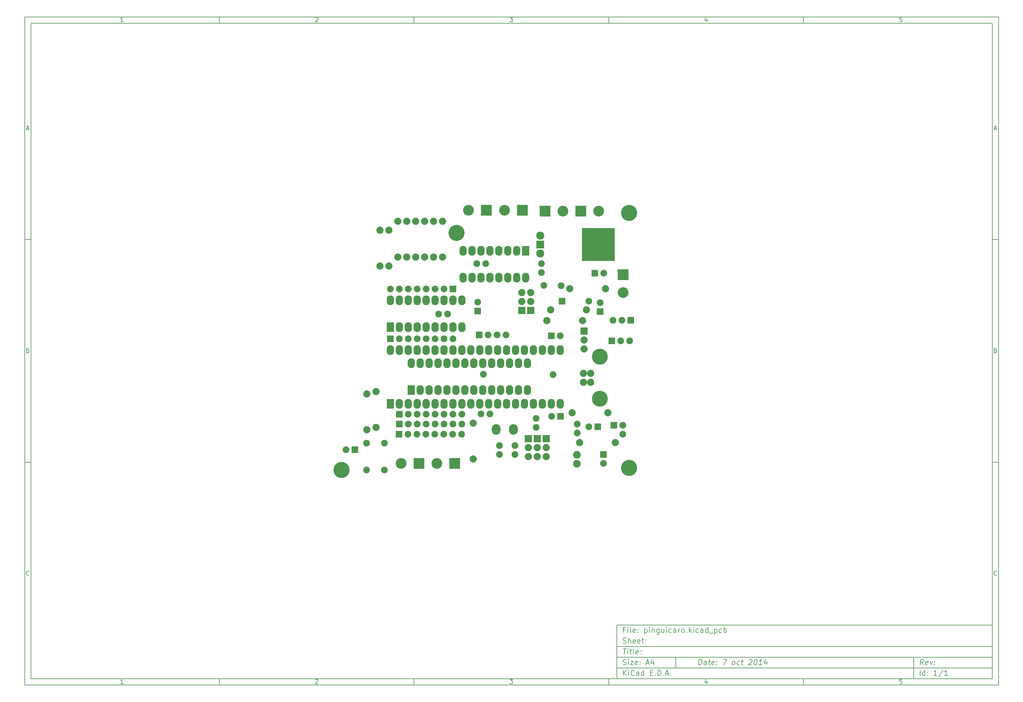
<source format=gbs>
G04 (created by PCBNEW (2013-june-11)-stable) date mar 07 oct 2014 09:39:09 ART*
%MOIN*%
G04 Gerber Fmt 3.4, Leading zero omitted, Abs format*
%FSLAX34Y34*%
G01*
G70*
G90*
G04 APERTURE LIST*
%ADD10C,0.00590551*%
%ADD11C,0.08*%
%ADD12C,0.1775*%
%ADD13C,0.075*%
%ADD14R,0.075X0.075*%
%ADD15R,0.08X0.08*%
%ADD16R,0.37X0.37*%
%ADD17C,0.09*%
%ADD18R,0.09X0.09*%
%ADD19R,0.082X0.11*%
%ADD20O,0.082X0.11*%
%ADD21O,0.0987X0.1184*%
%ADD22R,0.12X0.12*%
%ADD23C,0.12*%
%ADD24C,0.086*%
%ADD25C,0.18*%
%ADD26C,0.0751*%
G04 APERTURE END LIST*
G54D10*
X4000Y-4000D02*
X112930Y-4000D01*
X112930Y-78680D01*
X4000Y-78680D01*
X4000Y-4000D01*
X4700Y-4700D02*
X112230Y-4700D01*
X112230Y-77980D01*
X4700Y-77980D01*
X4700Y-4700D01*
X25780Y-4000D02*
X25780Y-4700D01*
X15032Y-4552D02*
X14747Y-4552D01*
X14890Y-4552D02*
X14890Y-4052D01*
X14842Y-4123D01*
X14794Y-4171D01*
X14747Y-4195D01*
X25780Y-78680D02*
X25780Y-77980D01*
X15032Y-78532D02*
X14747Y-78532D01*
X14890Y-78532D02*
X14890Y-78032D01*
X14842Y-78103D01*
X14794Y-78151D01*
X14747Y-78175D01*
X47560Y-4000D02*
X47560Y-4700D01*
X36527Y-4100D02*
X36550Y-4076D01*
X36598Y-4052D01*
X36717Y-4052D01*
X36765Y-4076D01*
X36789Y-4100D01*
X36812Y-4147D01*
X36812Y-4195D01*
X36789Y-4266D01*
X36503Y-4552D01*
X36812Y-4552D01*
X47560Y-78680D02*
X47560Y-77980D01*
X36527Y-78080D02*
X36550Y-78056D01*
X36598Y-78032D01*
X36717Y-78032D01*
X36765Y-78056D01*
X36789Y-78080D01*
X36812Y-78127D01*
X36812Y-78175D01*
X36789Y-78246D01*
X36503Y-78532D01*
X36812Y-78532D01*
X69340Y-4000D02*
X69340Y-4700D01*
X58283Y-4052D02*
X58592Y-4052D01*
X58426Y-4242D01*
X58497Y-4242D01*
X58545Y-4266D01*
X58569Y-4290D01*
X58592Y-4338D01*
X58592Y-4457D01*
X58569Y-4504D01*
X58545Y-4528D01*
X58497Y-4552D01*
X58354Y-4552D01*
X58307Y-4528D01*
X58283Y-4504D01*
X69340Y-78680D02*
X69340Y-77980D01*
X58283Y-78032D02*
X58592Y-78032D01*
X58426Y-78222D01*
X58497Y-78222D01*
X58545Y-78246D01*
X58569Y-78270D01*
X58592Y-78318D01*
X58592Y-78437D01*
X58569Y-78484D01*
X58545Y-78508D01*
X58497Y-78532D01*
X58354Y-78532D01*
X58307Y-78508D01*
X58283Y-78484D01*
X91120Y-4000D02*
X91120Y-4700D01*
X80325Y-4219D02*
X80325Y-4552D01*
X80206Y-4028D02*
X80087Y-4385D01*
X80396Y-4385D01*
X91120Y-78680D02*
X91120Y-77980D01*
X80325Y-78199D02*
X80325Y-78532D01*
X80206Y-78008D02*
X80087Y-78365D01*
X80396Y-78365D01*
X102129Y-4052D02*
X101890Y-4052D01*
X101867Y-4290D01*
X101890Y-4266D01*
X101938Y-4242D01*
X102057Y-4242D01*
X102105Y-4266D01*
X102129Y-4290D01*
X102152Y-4338D01*
X102152Y-4457D01*
X102129Y-4504D01*
X102105Y-4528D01*
X102057Y-4552D01*
X101938Y-4552D01*
X101890Y-4528D01*
X101867Y-4504D01*
X102129Y-78032D02*
X101890Y-78032D01*
X101867Y-78270D01*
X101890Y-78246D01*
X101938Y-78222D01*
X102057Y-78222D01*
X102105Y-78246D01*
X102129Y-78270D01*
X102152Y-78318D01*
X102152Y-78437D01*
X102129Y-78484D01*
X102105Y-78508D01*
X102057Y-78532D01*
X101938Y-78532D01*
X101890Y-78508D01*
X101867Y-78484D01*
X4000Y-28890D02*
X4700Y-28890D01*
X4230Y-16509D02*
X4469Y-16509D01*
X4183Y-16652D02*
X4350Y-16152D01*
X4516Y-16652D01*
X112930Y-28890D02*
X112230Y-28890D01*
X112460Y-16509D02*
X112699Y-16509D01*
X112413Y-16652D02*
X112580Y-16152D01*
X112746Y-16652D01*
X4000Y-53780D02*
X4700Y-53780D01*
X4385Y-41280D02*
X4457Y-41304D01*
X4480Y-41328D01*
X4504Y-41375D01*
X4504Y-41447D01*
X4480Y-41494D01*
X4457Y-41518D01*
X4409Y-41542D01*
X4219Y-41542D01*
X4219Y-41042D01*
X4385Y-41042D01*
X4433Y-41066D01*
X4457Y-41090D01*
X4480Y-41137D01*
X4480Y-41185D01*
X4457Y-41232D01*
X4433Y-41256D01*
X4385Y-41280D01*
X4219Y-41280D01*
X112930Y-53780D02*
X112230Y-53780D01*
X112615Y-41280D02*
X112687Y-41304D01*
X112710Y-41328D01*
X112734Y-41375D01*
X112734Y-41447D01*
X112710Y-41494D01*
X112687Y-41518D01*
X112639Y-41542D01*
X112449Y-41542D01*
X112449Y-41042D01*
X112615Y-41042D01*
X112663Y-41066D01*
X112687Y-41090D01*
X112710Y-41137D01*
X112710Y-41185D01*
X112687Y-41232D01*
X112663Y-41256D01*
X112615Y-41280D01*
X112449Y-41280D01*
X4504Y-66384D02*
X4480Y-66408D01*
X4409Y-66432D01*
X4361Y-66432D01*
X4290Y-66408D01*
X4242Y-66360D01*
X4219Y-66313D01*
X4195Y-66218D01*
X4195Y-66146D01*
X4219Y-66051D01*
X4242Y-66003D01*
X4290Y-65956D01*
X4361Y-65932D01*
X4409Y-65932D01*
X4480Y-65956D01*
X4504Y-65980D01*
X112734Y-66384D02*
X112710Y-66408D01*
X112639Y-66432D01*
X112591Y-66432D01*
X112520Y-66408D01*
X112472Y-66360D01*
X112449Y-66313D01*
X112425Y-66218D01*
X112425Y-66146D01*
X112449Y-66051D01*
X112472Y-66003D01*
X112520Y-65956D01*
X112591Y-65932D01*
X112639Y-65932D01*
X112710Y-65956D01*
X112734Y-65980D01*
X79380Y-76422D02*
X79455Y-75822D01*
X79597Y-75822D01*
X79680Y-75851D01*
X79730Y-75908D01*
X79751Y-75965D01*
X79765Y-76080D01*
X79755Y-76165D01*
X79712Y-76280D01*
X79676Y-76337D01*
X79612Y-76394D01*
X79522Y-76422D01*
X79380Y-76422D01*
X80237Y-76422D02*
X80276Y-76108D01*
X80255Y-76051D01*
X80201Y-76022D01*
X80087Y-76022D01*
X80026Y-76051D01*
X80240Y-76394D02*
X80180Y-76422D01*
X80037Y-76422D01*
X79983Y-76394D01*
X79962Y-76337D01*
X79969Y-76280D01*
X80005Y-76222D01*
X80065Y-76194D01*
X80208Y-76194D01*
X80269Y-76165D01*
X80487Y-76022D02*
X80715Y-76022D01*
X80597Y-75822D02*
X80533Y-76337D01*
X80555Y-76394D01*
X80608Y-76422D01*
X80665Y-76422D01*
X81097Y-76394D02*
X81037Y-76422D01*
X80922Y-76422D01*
X80869Y-76394D01*
X80847Y-76337D01*
X80876Y-76108D01*
X80912Y-76051D01*
X80972Y-76022D01*
X81087Y-76022D01*
X81140Y-76051D01*
X81162Y-76108D01*
X81155Y-76165D01*
X80862Y-76222D01*
X81387Y-76365D02*
X81412Y-76394D01*
X81380Y-76422D01*
X81355Y-76394D01*
X81387Y-76365D01*
X81380Y-76422D01*
X81426Y-76051D02*
X81451Y-76080D01*
X81419Y-76108D01*
X81394Y-76080D01*
X81426Y-76051D01*
X81419Y-76108D01*
X82140Y-75822D02*
X82540Y-75822D01*
X82208Y-76422D01*
X83237Y-76422D02*
X83183Y-76394D01*
X83158Y-76365D01*
X83137Y-76308D01*
X83158Y-76137D01*
X83194Y-76080D01*
X83226Y-76051D01*
X83287Y-76022D01*
X83372Y-76022D01*
X83426Y-76051D01*
X83451Y-76080D01*
X83472Y-76137D01*
X83451Y-76308D01*
X83415Y-76365D01*
X83383Y-76394D01*
X83322Y-76422D01*
X83237Y-76422D01*
X83955Y-76394D02*
X83894Y-76422D01*
X83780Y-76422D01*
X83726Y-76394D01*
X83701Y-76365D01*
X83680Y-76308D01*
X83701Y-76137D01*
X83737Y-76080D01*
X83769Y-76051D01*
X83830Y-76022D01*
X83944Y-76022D01*
X83997Y-76051D01*
X84172Y-76022D02*
X84401Y-76022D01*
X84283Y-75822D02*
X84219Y-76337D01*
X84240Y-76394D01*
X84294Y-76422D01*
X84351Y-76422D01*
X85047Y-75880D02*
X85080Y-75851D01*
X85140Y-75822D01*
X85283Y-75822D01*
X85337Y-75851D01*
X85362Y-75880D01*
X85383Y-75937D01*
X85376Y-75994D01*
X85337Y-76080D01*
X84951Y-76422D01*
X85322Y-76422D01*
X85769Y-75822D02*
X85826Y-75822D01*
X85880Y-75851D01*
X85905Y-75880D01*
X85926Y-75937D01*
X85940Y-76051D01*
X85922Y-76194D01*
X85880Y-76308D01*
X85844Y-76365D01*
X85812Y-76394D01*
X85751Y-76422D01*
X85694Y-76422D01*
X85640Y-76394D01*
X85615Y-76365D01*
X85594Y-76308D01*
X85580Y-76194D01*
X85597Y-76051D01*
X85640Y-75937D01*
X85676Y-75880D01*
X85708Y-75851D01*
X85769Y-75822D01*
X86465Y-76422D02*
X86122Y-76422D01*
X86294Y-76422D02*
X86369Y-75822D01*
X86301Y-75908D01*
X86237Y-75965D01*
X86176Y-75994D01*
X87030Y-76022D02*
X86980Y-76422D01*
X86915Y-75794D02*
X86719Y-76222D01*
X87090Y-76222D01*
X70972Y-77622D02*
X70972Y-77022D01*
X71315Y-77622D02*
X71058Y-77280D01*
X71315Y-77022D02*
X70972Y-77365D01*
X71572Y-77622D02*
X71572Y-77222D01*
X71572Y-77022D02*
X71544Y-77051D01*
X71572Y-77080D01*
X71601Y-77051D01*
X71572Y-77022D01*
X71572Y-77080D01*
X72201Y-77565D02*
X72172Y-77594D01*
X72087Y-77622D01*
X72030Y-77622D01*
X71944Y-77594D01*
X71887Y-77537D01*
X71858Y-77480D01*
X71830Y-77365D01*
X71830Y-77280D01*
X71858Y-77165D01*
X71887Y-77108D01*
X71944Y-77051D01*
X72030Y-77022D01*
X72087Y-77022D01*
X72172Y-77051D01*
X72201Y-77080D01*
X72715Y-77622D02*
X72715Y-77308D01*
X72687Y-77251D01*
X72630Y-77222D01*
X72515Y-77222D01*
X72458Y-77251D01*
X72715Y-77594D02*
X72658Y-77622D01*
X72515Y-77622D01*
X72458Y-77594D01*
X72430Y-77537D01*
X72430Y-77480D01*
X72458Y-77422D01*
X72515Y-77394D01*
X72658Y-77394D01*
X72715Y-77365D01*
X73258Y-77622D02*
X73258Y-77022D01*
X73258Y-77594D02*
X73201Y-77622D01*
X73087Y-77622D01*
X73030Y-77594D01*
X73001Y-77565D01*
X72972Y-77508D01*
X72972Y-77337D01*
X73001Y-77280D01*
X73030Y-77251D01*
X73087Y-77222D01*
X73201Y-77222D01*
X73258Y-77251D01*
X74001Y-77308D02*
X74201Y-77308D01*
X74287Y-77622D02*
X74001Y-77622D01*
X74001Y-77022D01*
X74287Y-77022D01*
X74544Y-77565D02*
X74572Y-77594D01*
X74544Y-77622D01*
X74515Y-77594D01*
X74544Y-77565D01*
X74544Y-77622D01*
X74829Y-77622D02*
X74829Y-77022D01*
X74972Y-77022D01*
X75058Y-77051D01*
X75115Y-77108D01*
X75144Y-77165D01*
X75172Y-77280D01*
X75172Y-77365D01*
X75144Y-77480D01*
X75115Y-77537D01*
X75058Y-77594D01*
X74972Y-77622D01*
X74829Y-77622D01*
X75429Y-77565D02*
X75458Y-77594D01*
X75429Y-77622D01*
X75401Y-77594D01*
X75429Y-77565D01*
X75429Y-77622D01*
X75687Y-77451D02*
X75972Y-77451D01*
X75629Y-77622D02*
X75829Y-77022D01*
X76029Y-77622D01*
X76229Y-77565D02*
X76258Y-77594D01*
X76229Y-77622D01*
X76201Y-77594D01*
X76229Y-77565D01*
X76229Y-77622D01*
X104522Y-76422D02*
X104358Y-76137D01*
X104180Y-76422D02*
X104255Y-75822D01*
X104483Y-75822D01*
X104537Y-75851D01*
X104562Y-75880D01*
X104583Y-75937D01*
X104572Y-76022D01*
X104537Y-76080D01*
X104505Y-76108D01*
X104444Y-76137D01*
X104215Y-76137D01*
X105012Y-76394D02*
X104951Y-76422D01*
X104837Y-76422D01*
X104783Y-76394D01*
X104762Y-76337D01*
X104790Y-76108D01*
X104826Y-76051D01*
X104887Y-76022D01*
X105001Y-76022D01*
X105055Y-76051D01*
X105076Y-76108D01*
X105069Y-76165D01*
X104776Y-76222D01*
X105287Y-76022D02*
X105380Y-76422D01*
X105572Y-76022D01*
X105758Y-76365D02*
X105783Y-76394D01*
X105751Y-76422D01*
X105726Y-76394D01*
X105758Y-76365D01*
X105751Y-76422D01*
X105797Y-76051D02*
X105822Y-76080D01*
X105790Y-76108D01*
X105765Y-76080D01*
X105797Y-76051D01*
X105790Y-76108D01*
X70944Y-76394D02*
X71030Y-76422D01*
X71172Y-76422D01*
X71230Y-76394D01*
X71258Y-76365D01*
X71287Y-76308D01*
X71287Y-76251D01*
X71258Y-76194D01*
X71230Y-76165D01*
X71172Y-76137D01*
X71058Y-76108D01*
X71001Y-76080D01*
X70972Y-76051D01*
X70944Y-75994D01*
X70944Y-75937D01*
X70972Y-75880D01*
X71001Y-75851D01*
X71058Y-75822D01*
X71201Y-75822D01*
X71287Y-75851D01*
X71544Y-76422D02*
X71544Y-76022D01*
X71544Y-75822D02*
X71515Y-75851D01*
X71544Y-75880D01*
X71572Y-75851D01*
X71544Y-75822D01*
X71544Y-75880D01*
X71772Y-76022D02*
X72087Y-76022D01*
X71772Y-76422D01*
X72087Y-76422D01*
X72544Y-76394D02*
X72487Y-76422D01*
X72372Y-76422D01*
X72315Y-76394D01*
X72287Y-76337D01*
X72287Y-76108D01*
X72315Y-76051D01*
X72372Y-76022D01*
X72487Y-76022D01*
X72544Y-76051D01*
X72572Y-76108D01*
X72572Y-76165D01*
X72287Y-76222D01*
X72830Y-76365D02*
X72858Y-76394D01*
X72830Y-76422D01*
X72801Y-76394D01*
X72830Y-76365D01*
X72830Y-76422D01*
X72830Y-76051D02*
X72858Y-76080D01*
X72830Y-76108D01*
X72801Y-76080D01*
X72830Y-76051D01*
X72830Y-76108D01*
X73544Y-76251D02*
X73830Y-76251D01*
X73487Y-76422D02*
X73687Y-75822D01*
X73887Y-76422D01*
X74344Y-76022D02*
X74344Y-76422D01*
X74201Y-75794D02*
X74058Y-76222D01*
X74430Y-76222D01*
X104172Y-77622D02*
X104172Y-77022D01*
X104715Y-77622D02*
X104715Y-77022D01*
X104715Y-77594D02*
X104658Y-77622D01*
X104544Y-77622D01*
X104487Y-77594D01*
X104458Y-77565D01*
X104430Y-77508D01*
X104430Y-77337D01*
X104458Y-77280D01*
X104487Y-77251D01*
X104544Y-77222D01*
X104658Y-77222D01*
X104715Y-77251D01*
X105001Y-77565D02*
X105030Y-77594D01*
X105001Y-77622D01*
X104972Y-77594D01*
X105001Y-77565D01*
X105001Y-77622D01*
X105001Y-77251D02*
X105030Y-77280D01*
X105001Y-77308D01*
X104972Y-77280D01*
X105001Y-77251D01*
X105001Y-77308D01*
X106058Y-77622D02*
X105715Y-77622D01*
X105887Y-77622D02*
X105887Y-77022D01*
X105829Y-77108D01*
X105772Y-77165D01*
X105715Y-77194D01*
X106744Y-76994D02*
X106230Y-77765D01*
X107258Y-77622D02*
X106915Y-77622D01*
X107087Y-77622D02*
X107087Y-77022D01*
X107029Y-77108D01*
X106972Y-77165D01*
X106915Y-77194D01*
X70969Y-74622D02*
X71312Y-74622D01*
X71065Y-75222D02*
X71140Y-74622D01*
X71437Y-75222D02*
X71487Y-74822D01*
X71512Y-74622D02*
X71480Y-74651D01*
X71505Y-74680D01*
X71537Y-74651D01*
X71512Y-74622D01*
X71505Y-74680D01*
X71687Y-74822D02*
X71915Y-74822D01*
X71797Y-74622D02*
X71733Y-75137D01*
X71755Y-75194D01*
X71808Y-75222D01*
X71865Y-75222D01*
X72151Y-75222D02*
X72097Y-75194D01*
X72076Y-75137D01*
X72140Y-74622D01*
X72612Y-75194D02*
X72551Y-75222D01*
X72437Y-75222D01*
X72383Y-75194D01*
X72362Y-75137D01*
X72390Y-74908D01*
X72426Y-74851D01*
X72487Y-74822D01*
X72601Y-74822D01*
X72655Y-74851D01*
X72676Y-74908D01*
X72669Y-74965D01*
X72376Y-75022D01*
X72901Y-75165D02*
X72926Y-75194D01*
X72894Y-75222D01*
X72869Y-75194D01*
X72901Y-75165D01*
X72894Y-75222D01*
X72940Y-74851D02*
X72965Y-74880D01*
X72933Y-74908D01*
X72908Y-74880D01*
X72940Y-74851D01*
X72933Y-74908D01*
X71172Y-72508D02*
X70972Y-72508D01*
X70972Y-72822D02*
X70972Y-72222D01*
X71258Y-72222D01*
X71487Y-72822D02*
X71487Y-72422D01*
X71487Y-72222D02*
X71458Y-72251D01*
X71487Y-72280D01*
X71515Y-72251D01*
X71487Y-72222D01*
X71487Y-72280D01*
X71858Y-72822D02*
X71801Y-72794D01*
X71772Y-72737D01*
X71772Y-72222D01*
X72315Y-72794D02*
X72258Y-72822D01*
X72144Y-72822D01*
X72087Y-72794D01*
X72058Y-72737D01*
X72058Y-72508D01*
X72087Y-72451D01*
X72144Y-72422D01*
X72258Y-72422D01*
X72315Y-72451D01*
X72344Y-72508D01*
X72344Y-72565D01*
X72058Y-72622D01*
X72601Y-72765D02*
X72630Y-72794D01*
X72601Y-72822D01*
X72572Y-72794D01*
X72601Y-72765D01*
X72601Y-72822D01*
X72601Y-72451D02*
X72630Y-72480D01*
X72601Y-72508D01*
X72572Y-72480D01*
X72601Y-72451D01*
X72601Y-72508D01*
X73344Y-72422D02*
X73344Y-73022D01*
X73344Y-72451D02*
X73401Y-72422D01*
X73515Y-72422D01*
X73572Y-72451D01*
X73601Y-72480D01*
X73630Y-72537D01*
X73630Y-72708D01*
X73601Y-72765D01*
X73572Y-72794D01*
X73515Y-72822D01*
X73401Y-72822D01*
X73344Y-72794D01*
X73887Y-72822D02*
X73887Y-72422D01*
X73887Y-72222D02*
X73858Y-72251D01*
X73887Y-72280D01*
X73915Y-72251D01*
X73887Y-72222D01*
X73887Y-72280D01*
X74172Y-72422D02*
X74172Y-72822D01*
X74172Y-72480D02*
X74201Y-72451D01*
X74258Y-72422D01*
X74344Y-72422D01*
X74401Y-72451D01*
X74430Y-72508D01*
X74430Y-72822D01*
X74972Y-72422D02*
X74972Y-72908D01*
X74944Y-72965D01*
X74915Y-72994D01*
X74858Y-73022D01*
X74772Y-73022D01*
X74715Y-72994D01*
X74972Y-72794D02*
X74915Y-72822D01*
X74801Y-72822D01*
X74744Y-72794D01*
X74715Y-72765D01*
X74687Y-72708D01*
X74687Y-72537D01*
X74715Y-72480D01*
X74744Y-72451D01*
X74801Y-72422D01*
X74915Y-72422D01*
X74972Y-72451D01*
X75515Y-72422D02*
X75515Y-72822D01*
X75258Y-72422D02*
X75258Y-72737D01*
X75287Y-72794D01*
X75344Y-72822D01*
X75430Y-72822D01*
X75487Y-72794D01*
X75515Y-72765D01*
X75801Y-72822D02*
X75801Y-72422D01*
X75801Y-72222D02*
X75772Y-72251D01*
X75801Y-72280D01*
X75830Y-72251D01*
X75801Y-72222D01*
X75801Y-72280D01*
X76344Y-72794D02*
X76287Y-72822D01*
X76172Y-72822D01*
X76115Y-72794D01*
X76087Y-72765D01*
X76058Y-72708D01*
X76058Y-72537D01*
X76087Y-72480D01*
X76115Y-72451D01*
X76172Y-72422D01*
X76287Y-72422D01*
X76344Y-72451D01*
X76858Y-72822D02*
X76858Y-72508D01*
X76830Y-72451D01*
X76772Y-72422D01*
X76658Y-72422D01*
X76601Y-72451D01*
X76858Y-72794D02*
X76801Y-72822D01*
X76658Y-72822D01*
X76601Y-72794D01*
X76572Y-72737D01*
X76572Y-72680D01*
X76601Y-72622D01*
X76658Y-72594D01*
X76801Y-72594D01*
X76858Y-72565D01*
X77144Y-72822D02*
X77144Y-72422D01*
X77144Y-72537D02*
X77172Y-72480D01*
X77201Y-72451D01*
X77258Y-72422D01*
X77315Y-72422D01*
X77601Y-72822D02*
X77544Y-72794D01*
X77515Y-72765D01*
X77487Y-72708D01*
X77487Y-72537D01*
X77515Y-72480D01*
X77544Y-72451D01*
X77601Y-72422D01*
X77687Y-72422D01*
X77744Y-72451D01*
X77772Y-72480D01*
X77801Y-72537D01*
X77801Y-72708D01*
X77772Y-72765D01*
X77744Y-72794D01*
X77687Y-72822D01*
X77601Y-72822D01*
X78058Y-72765D02*
X78087Y-72794D01*
X78058Y-72822D01*
X78030Y-72794D01*
X78058Y-72765D01*
X78058Y-72822D01*
X78344Y-72822D02*
X78344Y-72222D01*
X78401Y-72594D02*
X78572Y-72822D01*
X78572Y-72422D02*
X78344Y-72651D01*
X78829Y-72822D02*
X78829Y-72422D01*
X78829Y-72222D02*
X78801Y-72251D01*
X78829Y-72280D01*
X78858Y-72251D01*
X78829Y-72222D01*
X78829Y-72280D01*
X79372Y-72794D02*
X79315Y-72822D01*
X79201Y-72822D01*
X79144Y-72794D01*
X79115Y-72765D01*
X79087Y-72708D01*
X79087Y-72537D01*
X79115Y-72480D01*
X79144Y-72451D01*
X79201Y-72422D01*
X79315Y-72422D01*
X79372Y-72451D01*
X79887Y-72822D02*
X79887Y-72508D01*
X79858Y-72451D01*
X79801Y-72422D01*
X79687Y-72422D01*
X79629Y-72451D01*
X79887Y-72794D02*
X79829Y-72822D01*
X79687Y-72822D01*
X79629Y-72794D01*
X79601Y-72737D01*
X79601Y-72680D01*
X79629Y-72622D01*
X79687Y-72594D01*
X79829Y-72594D01*
X79887Y-72565D01*
X80429Y-72822D02*
X80429Y-72222D01*
X80429Y-72794D02*
X80372Y-72822D01*
X80258Y-72822D01*
X80201Y-72794D01*
X80172Y-72765D01*
X80144Y-72708D01*
X80144Y-72537D01*
X80172Y-72480D01*
X80201Y-72451D01*
X80258Y-72422D01*
X80372Y-72422D01*
X80429Y-72451D01*
X80572Y-72880D02*
X81029Y-72880D01*
X81172Y-72422D02*
X81172Y-73022D01*
X81172Y-72451D02*
X81229Y-72422D01*
X81344Y-72422D01*
X81401Y-72451D01*
X81429Y-72480D01*
X81458Y-72537D01*
X81458Y-72708D01*
X81429Y-72765D01*
X81401Y-72794D01*
X81344Y-72822D01*
X81229Y-72822D01*
X81172Y-72794D01*
X81972Y-72794D02*
X81915Y-72822D01*
X81801Y-72822D01*
X81744Y-72794D01*
X81715Y-72765D01*
X81687Y-72708D01*
X81687Y-72537D01*
X81715Y-72480D01*
X81744Y-72451D01*
X81801Y-72422D01*
X81915Y-72422D01*
X81972Y-72451D01*
X82229Y-72822D02*
X82229Y-72222D01*
X82229Y-72451D02*
X82287Y-72422D01*
X82401Y-72422D01*
X82458Y-72451D01*
X82487Y-72480D01*
X82515Y-72537D01*
X82515Y-72708D01*
X82487Y-72765D01*
X82458Y-72794D01*
X82401Y-72822D01*
X82287Y-72822D01*
X82229Y-72794D01*
X70944Y-73994D02*
X71030Y-74022D01*
X71172Y-74022D01*
X71230Y-73994D01*
X71258Y-73965D01*
X71287Y-73908D01*
X71287Y-73851D01*
X71258Y-73794D01*
X71230Y-73765D01*
X71172Y-73737D01*
X71058Y-73708D01*
X71001Y-73680D01*
X70972Y-73651D01*
X70944Y-73594D01*
X70944Y-73537D01*
X70972Y-73480D01*
X71001Y-73451D01*
X71058Y-73422D01*
X71201Y-73422D01*
X71287Y-73451D01*
X71544Y-74022D02*
X71544Y-73422D01*
X71801Y-74022D02*
X71801Y-73708D01*
X71772Y-73651D01*
X71715Y-73622D01*
X71630Y-73622D01*
X71572Y-73651D01*
X71544Y-73680D01*
X72315Y-73994D02*
X72258Y-74022D01*
X72144Y-74022D01*
X72087Y-73994D01*
X72058Y-73937D01*
X72058Y-73708D01*
X72087Y-73651D01*
X72144Y-73622D01*
X72258Y-73622D01*
X72315Y-73651D01*
X72344Y-73708D01*
X72344Y-73765D01*
X72058Y-73822D01*
X72830Y-73994D02*
X72772Y-74022D01*
X72658Y-74022D01*
X72601Y-73994D01*
X72572Y-73937D01*
X72572Y-73708D01*
X72601Y-73651D01*
X72658Y-73622D01*
X72772Y-73622D01*
X72830Y-73651D01*
X72858Y-73708D01*
X72858Y-73765D01*
X72572Y-73822D01*
X73030Y-73622D02*
X73258Y-73622D01*
X73115Y-73422D02*
X73115Y-73937D01*
X73144Y-73994D01*
X73201Y-74022D01*
X73258Y-74022D01*
X73458Y-73965D02*
X73487Y-73994D01*
X73458Y-74022D01*
X73430Y-73994D01*
X73458Y-73965D01*
X73458Y-74022D01*
X73458Y-73651D02*
X73487Y-73680D01*
X73458Y-73708D01*
X73430Y-73680D01*
X73458Y-73651D01*
X73458Y-73708D01*
X70230Y-71980D02*
X70230Y-77980D01*
X70230Y-71980D02*
X112230Y-71980D01*
X70230Y-71980D02*
X112230Y-71980D01*
X70230Y-74380D02*
X112230Y-74380D01*
X103430Y-75580D02*
X103430Y-77980D01*
X70230Y-76780D02*
X112230Y-76780D01*
X70230Y-75580D02*
X112230Y-75580D01*
X76830Y-75580D02*
X76830Y-76780D01*
G54D11*
X66510Y-43830D03*
X66510Y-44830D03*
X67297Y-44830D03*
X67297Y-43830D03*
G54D12*
X68360Y-41968D03*
X68360Y-46692D03*
G54D13*
X42250Y-51640D03*
X44250Y-51640D03*
X42250Y-54640D03*
X44250Y-54640D03*
G54D14*
X51900Y-34400D03*
G54D13*
X50900Y-34400D03*
X49900Y-34400D03*
X48900Y-34400D03*
X47900Y-34400D03*
X46900Y-34400D03*
X45900Y-34400D03*
X44900Y-34400D03*
G54D14*
X45900Y-49520D03*
G54D13*
X46900Y-49520D03*
X47900Y-49520D03*
X48900Y-49520D03*
X49900Y-49520D03*
X50900Y-49520D03*
X51900Y-49520D03*
X52900Y-49520D03*
G54D14*
X45870Y-50636D03*
G54D13*
X46870Y-50636D03*
X47870Y-50636D03*
X48870Y-50636D03*
X49870Y-50636D03*
X50870Y-50636D03*
X51870Y-50636D03*
X52870Y-50636D03*
G54D14*
X45900Y-48400D03*
G54D13*
X46900Y-48400D03*
X47900Y-48400D03*
X48900Y-48400D03*
X49900Y-48400D03*
X50900Y-48400D03*
X51900Y-48400D03*
X52900Y-48400D03*
G54D14*
X44906Y-39984D03*
G54D13*
X45906Y-39984D03*
X46906Y-39984D03*
X47906Y-39984D03*
X48906Y-39984D03*
X49906Y-39984D03*
X50906Y-39984D03*
X51906Y-39984D03*
G54D11*
X54195Y-53415D03*
X54195Y-49415D03*
X62400Y-37930D03*
X66400Y-37930D03*
X62850Y-36745D03*
X66850Y-36745D03*
X65260Y-48240D03*
X69260Y-48240D03*
X42290Y-50158D03*
X42290Y-46158D03*
X43750Y-31850D03*
X43750Y-27850D03*
X44750Y-31850D03*
X44750Y-27850D03*
X45750Y-30850D03*
X45750Y-26850D03*
X46750Y-30850D03*
X46750Y-26850D03*
X47750Y-30850D03*
X47750Y-26850D03*
X48750Y-30850D03*
X48750Y-26850D03*
X49750Y-30850D03*
X49750Y-26850D03*
X50750Y-30850D03*
X50750Y-26850D03*
X64980Y-34380D03*
X68980Y-34380D03*
X43324Y-49894D03*
X43324Y-45894D03*
G54D15*
X60600Y-36800D03*
G54D11*
X60600Y-35800D03*
X60600Y-34800D03*
G54D15*
X59600Y-36800D03*
G54D11*
X59600Y-35800D03*
X59600Y-34800D03*
G54D15*
X62350Y-51150D03*
G54D11*
X62350Y-52150D03*
X62350Y-53150D03*
G54D15*
X61350Y-51150D03*
G54D11*
X61350Y-52150D03*
X61350Y-53150D03*
G54D15*
X60350Y-51150D03*
G54D11*
X60350Y-52150D03*
X60350Y-53150D03*
G54D15*
X66578Y-39128D03*
G54D11*
X66578Y-40128D03*
X66578Y-41128D03*
G54D16*
X68195Y-29460D03*
G54D17*
X61695Y-28460D03*
G54D18*
X61695Y-29460D03*
G54D17*
X61695Y-30460D03*
G54D19*
X44896Y-47230D03*
G54D20*
X45896Y-47230D03*
X46896Y-47230D03*
X47896Y-47230D03*
X48896Y-47230D03*
X49896Y-47230D03*
X50896Y-47230D03*
X51896Y-47230D03*
X52896Y-47230D03*
X53896Y-47230D03*
X54896Y-47230D03*
X55896Y-47230D03*
X56896Y-47230D03*
X57896Y-47230D03*
X58896Y-47230D03*
X59896Y-47230D03*
X60896Y-47230D03*
X61896Y-47230D03*
X62896Y-47230D03*
X63896Y-47230D03*
X63896Y-41230D03*
X62896Y-41230D03*
X61896Y-41230D03*
X60896Y-41230D03*
X59896Y-41230D03*
X58896Y-41230D03*
X57896Y-41230D03*
X56896Y-41230D03*
X55896Y-41230D03*
X54896Y-41230D03*
X53896Y-41230D03*
X52896Y-41230D03*
X51896Y-41230D03*
X50896Y-41230D03*
X49896Y-41230D03*
X48896Y-41230D03*
X47896Y-41230D03*
X46896Y-41230D03*
X45896Y-41230D03*
X44896Y-41230D03*
X48252Y-45698D03*
X49252Y-45698D03*
X50252Y-45698D03*
X51252Y-45698D03*
X52252Y-45698D03*
X53252Y-45698D03*
X54252Y-45698D03*
X55252Y-45698D03*
X56252Y-45698D03*
X57252Y-45698D03*
X58252Y-45698D03*
X59252Y-45698D03*
X60252Y-45698D03*
G54D19*
X47252Y-45698D03*
G54D20*
X60252Y-42698D03*
X59252Y-42698D03*
X58252Y-42698D03*
X57252Y-42698D03*
X56252Y-42698D03*
X55252Y-42698D03*
X54252Y-42698D03*
X53252Y-42698D03*
X52252Y-42698D03*
X51252Y-42698D03*
X50252Y-42698D03*
X49252Y-42698D03*
X48252Y-42698D03*
X47252Y-42698D03*
G54D19*
X44910Y-38670D03*
G54D20*
X45910Y-38670D03*
X46910Y-38670D03*
X47910Y-38670D03*
X48910Y-38670D03*
X49910Y-38670D03*
X50910Y-38670D03*
X51910Y-38670D03*
X52910Y-38670D03*
X52910Y-35670D03*
X51910Y-35670D03*
X50910Y-35670D03*
X49910Y-35670D03*
X48910Y-35670D03*
X47910Y-35670D03*
X46910Y-35670D03*
X45910Y-35670D03*
X44910Y-35670D03*
G54D19*
X60040Y-30140D03*
G54D20*
X59040Y-30140D03*
X58040Y-30140D03*
X57040Y-30140D03*
X56040Y-30140D03*
X55040Y-30140D03*
X54040Y-30140D03*
X53040Y-30140D03*
X53040Y-33140D03*
X54040Y-33140D03*
X55040Y-33140D03*
X56040Y-33140D03*
X57040Y-33140D03*
X58040Y-33140D03*
X59040Y-33140D03*
X60040Y-33140D03*
G54D14*
X64100Y-35770D03*
G54D13*
X67100Y-35770D03*
G54D21*
X56749Y-50110D03*
X58671Y-50110D03*
G54D14*
X40950Y-52370D03*
G54D13*
X39950Y-52370D03*
G54D14*
X68375Y-36945D03*
G54D13*
X68375Y-35945D03*
X58850Y-51900D03*
X58850Y-52900D03*
X57100Y-51900D03*
X57100Y-52900D03*
X61210Y-48880D03*
X61210Y-49880D03*
G54D22*
X62200Y-25700D03*
G54D23*
X64200Y-25700D03*
G54D22*
X66200Y-25700D03*
G54D23*
X68200Y-25700D03*
G54D22*
X52100Y-53900D03*
G54D23*
X50100Y-53900D03*
G54D22*
X48100Y-53900D03*
G54D23*
X46100Y-53900D03*
G54D22*
X70960Y-32810D03*
G54D23*
X70960Y-34810D03*
G54D22*
X59670Y-25600D03*
G54D23*
X57670Y-25600D03*
G54D22*
X55655Y-25595D03*
G54D23*
X53655Y-25595D03*
G54D14*
X63930Y-48660D03*
G54D13*
X62930Y-48660D03*
G54D14*
X62920Y-39660D03*
G54D13*
X63920Y-39660D03*
G54D14*
X54860Y-39560D03*
G54D13*
X55860Y-39560D03*
X56860Y-39560D03*
X57860Y-39560D03*
G54D14*
X69670Y-40210D03*
G54D13*
X70670Y-40210D03*
X71670Y-40210D03*
G54D14*
X71800Y-37900D03*
G54D13*
X70800Y-37900D03*
X69800Y-37900D03*
G54D14*
X54676Y-36888D03*
G54D13*
X54676Y-35888D03*
G54D11*
X66090Y-51580D03*
X70090Y-51580D03*
G54D14*
X69915Y-49655D03*
G54D13*
X70915Y-49655D03*
X70915Y-50655D03*
G54D24*
X65780Y-52945D03*
X65780Y-53945D03*
G54D14*
X67770Y-32650D03*
G54D13*
X68770Y-32650D03*
G54D14*
X68100Y-49800D03*
G54D13*
X67100Y-49800D03*
G54D14*
X68735Y-52915D03*
G54D13*
X68735Y-53915D03*
X61800Y-31590D03*
X61800Y-32590D03*
X65800Y-50500D03*
X65800Y-49500D03*
X55040Y-48390D03*
X56040Y-48390D03*
X55570Y-31570D03*
X54570Y-31570D03*
X51300Y-37200D03*
X50300Y-37200D03*
G54D25*
X71600Y-54400D03*
X71600Y-25900D03*
X52300Y-28150D03*
X39450Y-54650D03*
G54D26*
X55310Y-43960D03*
X63100Y-43980D03*
X62090Y-34012D03*
X64004Y-34034D03*
M02*

</source>
